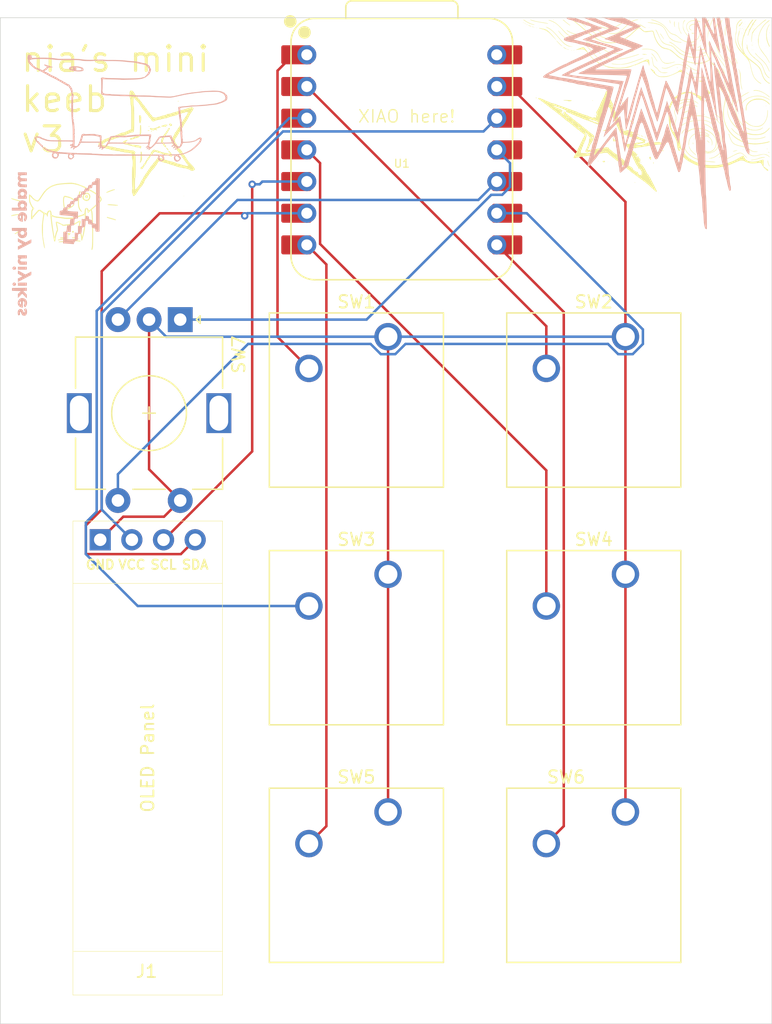
<source format=kicad_pcb>
(kicad_pcb (version 20241229) (generator "pcbnew") (generator_version "9.0")
  (layers (0 "F.Cu" signal) (2 "B.Cu" signal) (13 "F.Paste" user) (15 "B.Paste" user) (5 "F.SilkS" user "F.Silkscreen") (7 "B.SilkS" user "B.Silkscreen") (1 "F.Mask" user) (3 "B.Mask" user) (25 "Edge.Cuts" user))
  (net 0 "")
  (net 1 "Net-(J1-Pin_3)")
  (net 2 "Net-(J1-Pin_4)")
  (net 3 "+5V")
  (net 4 "GND")
  (net 5 "Net-(J1-Pin_2)")
  (net 6 "Net-(U1-GPIO26{slash}ADC0{slash}A0)")
  (net 7 "Net-(U1-GPIO2{slash}SCK)")
  (net 8 "Net-(U1-GPIO4{slash}MISO)")
  (net 9 "Net-(U1-GPIO3{slash}MOSI)")
  (net 10 "Net-(U1-GPIO0{slash}TX)")
  (net 11 "Net-(U1-GPIO27{slash}ADC1{slash}A1)")
  (net 12 "Net-(U1-GPIO28{slash}ADC2{slash}A2)")
  (net 13 "Net-(U1-GPIO29{slash}ADC3{slash}A3)")
  (net 14 "Net-(U1-GPIO1{slash}RX)")
  (footprint "Button_Switch_Keyboard:SW_Cherry_MX_1.00u_PCB" (layer "F.Cu") (at 93.0275 109.22)
    (property "Reference" "SW2" (at -2.54 -2.794 0) (layer "F.SilkS"))
    (property "Value" "SW_Push")
    (pad "" np_thru_hole circle (at -7.62 5.08) (size 1.7 1.7) (drill 1.7) (layers "*.Cu" "*.Mask"))
    (pad "" np_thru_hole circle (at -2.54 5.08) (size 4 4) (drill 4) (layers "*.Cu" "*.Mask"))
    (pad "" np_thru_hole circle (at 2.54 5.08) (size 1.7 1.7) (drill 1.7) (layers "*.Cu" "*.Mask"))
    (pad "1" thru_hole circle (at 0 0) (size 2.2 2.2) (drill 1.5) (layers "*.Cu" "*.Mask") (net 4 "GND"))
    (pad "2" thru_hole circle (at -6.35 2.54) (size 2.2 2.2) (drill 1.5) (layers "*.Cu" "*.Mask") (net 11 "Net-(U1-GPIO27{slash}ADC1{slash}A1)"))
  )
  (footprint "silkscreen images:st1" (layer "F.Cu") (at 91.501702 93.290547 -90)
    (property "Reference" "G***" (hide yes))
    (property "Value" "LOGO" (hide yes))
  )
  (footprint "Button_Switch_Keyboard:SW_Cherry_MX_1.00u_PCB" (layer "F.Cu") (at 93.0275 147.32)
    (property "Reference" "SW6" (at -4.7625 -2.794 0) (layer "F.SilkS"))
    (property "Value" "SW_Push")
    (pad "" np_thru_hole circle (at -7.62 5.08) (size 1.7 1.7) (drill 1.7) (layers "*.Cu" "*.Mask"))
    (pad "" np_thru_hole circle (at -2.54 5.08) (size 4 4) (drill 4) (layers "*.Cu" "*.Mask"))
    (pad "" np_thru_hole circle (at 2.54 5.08) (size 1.7 1.7) (drill 1.7) (layers "*.Cu" "*.Mask"))
    (pad "1" thru_hole circle (at 0 0) (size 2.2 2.2) (drill 1.5) (layers "*.Cu" "*.Mask") (net 4 "GND"))
    (pad "2" thru_hole circle (at -6.35 2.54) (size 2.2 2.2) (drill 1.5) (layers "*.Cu" "*.Mask") (net 14 "Net-(U1-GPIO1{slash}RX)"))
  )
  (footprint "Button_Switch_Keyboard:SW_Cherry_MX_1.00u_PCB" (layer "F.Cu") (at 93.0275 128.27)
    (property "Reference" "SW4" (at -2.54 -2.794 0) (layer "F.SilkS"))
    (property "Value" "SW_Push")
    (pad "" np_thru_hole circle (at -7.62 5.08) (size 1.7 1.7) (drill 1.7) (layers "*.Cu" "*.Mask"))
    (pad "" np_thru_hole circle (at -2.54 5.08) (size 4 4) (drill 4) (layers "*.Cu" "*.Mask"))
    (pad "" np_thru_hole circle (at 2.54 5.08) (size 1.7 1.7) (drill 1.7) (layers "*.Cu" "*.Mask"))
    (pad "1" thru_hole circle (at 0 0) (size 2.2 2.2) (drill 1.5) (layers "*.Cu" "*.Mask") (net 4 "GND"))
    (pad "2" thru_hole circle (at -6.35 2.54) (size 2.2 2.2) (drill 1.5) (layers "*.Cu" "*.Mask") (net 13 "Net-(U1-GPIO29{slash}ADC3{slash}A3)"))
  )
  (footprint "Rotary_Encoder:RotaryEncoder_Alps_EC11E-Switch_Vertical_H20mm" (layer "F.Cu") (at 57.3 107.85 -90)
    (property "Reference" "SW7" (at 2.8 -4.7 90) (layer "F.SilkS"))
    (property "Value" "RotaryEncoder_Switch")
    (pad "A" thru_hole rect (at 0 0 270) (size 2 2) (drill 1) (layers "*.Cu" "*.Mask") (net 9 "Net-(U1-GPIO3{slash}MOSI)"))
    (pad "B" thru_hole circle (at 0 5 270) (size 2 2) (drill 1) (layers "*.Cu" "*.Mask") (net 8 "Net-(U1-GPIO4{slash}MISO)"))
    (pad "C" thru_hole circle (at 0 2.5 270) (size 2 2) (drill 1) (layers "*.Cu" "*.Mask") (net 4 "GND"))
    (pad "MP" thru_hole rect (at 7.5 -3.1 270) (size 3.2 2) (drill oval 2.8 1.5) (layers "*.Cu" "*.Mask"))
    (pad "MP" thru_hole rect (at 7.5 8.1 270) (size 3.2 2) (drill oval 2.8 1.5) (layers "*.Cu" "*.Mask"))
    (pad "S1" thru_hole circle (at 14.5 5 270) (size 2 2) (drill 1) (layers "*.Cu" "*.Mask") (net 7 "Net-(U1-GPIO2{slash}SCK)"))
    (pad "S2" thru_hole circle (at 14.5 0 270) (size 2 2) (drill 1) (layers "*.Cu" "*.Mask") (net 4 "GND"))
  )
  (footprint "silkscreen images:corner1" (layer "F.Cu") (at 94.6 89.9 90)
    (property "Reference" "G***" (hide yes))
    (property "Value" "LOGO" (hide yes))
  )
  (footprint "Button_Switch_Keyboard:SW_Cherry_MX_1.00u_PCB" (layer "F.Cu") (at 73.9775 128.27)
    (property "Reference" "SW3" (at -2.54 -2.794 0) (layer "F.SilkS"))
    (property "Value" "SW_Push")
    (pad "" np_thru_hole circle (at -7.62 5.08) (size 1.7 1.7) (drill 1.7) (layers "*.Cu" "*.Mask"))
    (pad "" np_thru_hole circle (at -2.54 5.08) (size 4 4) (drill 4) (layers "*.Cu" "*.Mask"))
    (pad "" np_thru_hole circle (at 2.54 5.08) (size 1.7 1.7) (drill 1.7) (layers "*.Cu" "*.Mask"))
    (pad "1" thru_hole circle (at 0 0) (size 2.2 2.2) (drill 1.5) (layers "*.Cu" "*.Mask") (net 4 "GND"))
    (pad "2" thru_hole circle (at -6.35 2.54) (size 2.2 2.2) (drill 1.5) (layers "*.Cu" "*.Mask") (net 12 "Net-(U1-GPIO28{slash}ADC2{slash}A2)"))
  )
  (footprint "silkscreen images:cat final" (layer "F.Cu") (at 48.1 98.7)
    (property "Reference" "G***" (hide yes))
    (property "Value" "LOGO" (hide yes))
  )
  (footprint "Button_Switch_Keyboard:SW_Cherry_MX_1.00u_PCB" (layer "F.Cu") (at 73.9775 147.32)
    (property "Reference" "SW5" (at -2.54 -2.794 0) (layer "F.SilkS"))
    (property "Value" "SW_Push")
    (pad "" np_thru_hole circle (at -7.62 5.08) (size 1.7 1.7) (drill 1.7) (layers "*.Cu" "*.Mask"))
    (pad "" np_thru_hole circle (at -2.54 5.08) (size 4 4) (drill 4) (layers "*.Cu" "*.Mask"))
    (pad "" np_thru_hole circle (at 2.54 5.08) (size 1.7 1.7) (drill 1.7) (layers "*.Cu" "*.Mask"))
    (pad "1" thru_hole circle (at 0 0) (size 2.2 2.2) (drill 1.5) (layers "*.Cu" "*.Mask") (net 4 "GND"))
    (pad "2" thru_hole circle (at -6.35 2.54) (size 2.2 2.2) (drill 1.5) (layers "*.Cu" "*.Mask") (net 10 "Net-(U1-GPIO0{slash}TX)"))
  )
  (footprint "silkscreen images:st2" (layer "F.Cu") (at 54.4 93.1)
    (property "Reference" "G***" (hide yes))
    (property "Value" "LOGO" (hide yes))
  )
  (footprint "Button_Switch_Keyboard:SW_Cherry_MX_1.00u_PCB" (layer "F.Cu") (at 73.9775 109.22)
    (property "Reference" "SW1" (at -2.54 -2.794 0) (layer "F.SilkS"))
    (property "Value" "SW_Push")
    (pad "" np_thru_hole circle (at -7.62 5.08) (size 1.7 1.7) (drill 1.7) (layers "*.Cu" "*.Mask"))
    (pad "" np_thru_hole circle (at -2.54 5.08) (size 4 4) (drill 4) (layers "*.Cu" "*.Mask"))
    (pad "" np_thru_hole circle (at 2.54 5.08) (size 1.7 1.7) (drill 1.7) (layers "*.Cu" "*.Mask"))
    (pad "1" thru_hole circle (at 0 0) (size 2.2 2.2) (drill 1.5) (layers "*.Cu" "*.Mask") (net 4 "GND"))
    (pad "2" thru_hole circle (at -6.35 2.54) (size 2.2 2.2) (drill 1.5) (layers "*.Cu" "*.Mask") (net 6 "Net-(U1-GPIO26{slash}ADC0{slash}A0)"))
  )
  (footprint "Seeed Studio XIAO Series Library:XIAO-RP2040-DIP" (layer "F.Cu") (at 75.08 94.24)
    (property "Reference" "U1" (at 0 1.10025 0) (layer "F.SilkS") (effects (font (size 0.635 0.635) (thickness 0.1016))))
    (property "Value" "XIAO-RP2040-DIP")
    (pad "1" smd roundrect (at -8.455 -7.62 180) (size 2.432 1.524) (layers "F.Cu" "F.Mask") (roundrect_rratio 0.1) (net 6 "Net-(U1-GPIO26{slash}ADC0{slash}A0)"))
    (pad "1" thru_hole circle (at -7.62 -7.62 180) (size 1.524 1.524) (drill 0.889) (layers "*.Cu" "*.Mask") (net 6 "Net-(U1-GPIO26{slash}ADC0{slash}A0)"))
    (pad "2" smd roundrect (at -8.455 -5.08 180) (size 2.432 1.524) (layers "F.Cu" "F.Mask") (roundrect_rratio 0.1) (net 11 "Net-(U1-GPIO27{slash}ADC1{slash}A1)"))
    (pad "2" thru_hole circle (at -7.62 -5.08 180) (size 1.524 1.524) (drill 0.889) (layers "*.Cu" "*.Mask") (net 11 "Net-(U1-GPIO27{slash}ADC1{slash}A1)"))
    (pad "3" smd roundrect (at -8.455 -2.54 180) (size 2.432 1.524) (layers "F.Cu" "F.Mask") (roundrect_rratio 0.1) (net 12 "Net-(U1-GPIO28{slash}ADC2{slash}A2)"))
    (pad "3" thru_hole circle (at -7.62 -2.54 180) (size 1.524 1.524) (drill 0.889) (layers "*.Cu" "*.Mask") (net 12 "Net-(U1-GPIO28{slash}ADC2{slash}A2)"))
    (pad "4" smd roundrect (at -8.455 0 180) (size 2.432 1.524) (layers "F.Cu" "F.Mask") (roundrect_rratio 0.1) (net 13 "Net-(U1-GPIO29{slash}ADC3{slash}A3)"))
    (pad "4" thru_hole circle (at -7.62 0 180) (size 1.524 1.524) (drill 0.889) (layers "*.Cu" "*.Mask") (net 13 "Net-(U1-GPIO29{slash}ADC3{slash}A3)"))
    (pad "5" smd roundrect (at -8.455 2.54 180) (size 2.432 1.524) (layers "F.Cu" "F.Mask") (roundrect_rratio 0.1) (net 1 "Net-(J1-Pin_3)"))
    (pad "5" thru_hole circle (at -7.62 2.54 180) (size 1.524 1.524) (drill 0.889) (layers "*.Cu" "*.Mask") (net 1 "Net-(J1-Pin_3)"))
    (pad "6" smd roundrect (at -8.455 5.08 180) (size 2.432 1.524) (layers "F.Cu" "F.Mask") (roundrect_rratio 0.1) (net 2 "Net-(J1-Pin_4)"))
    (pad "6" thru_hole circle (at -7.62 5.08 180) (size 1.524 1.524) (drill 0.889) (layers "*.Cu" "*.Mask") (net 2 "Net-(J1-Pin_4)"))
    (pad "7" smd roundrect (at -8.455 7.62 180) (size 2.432 1.524) (layers "F.Cu" "F.Mask") (roundrect_rratio 0.1) (net 10 "Net-(U1-GPIO0{slash}TX)"))
    (pad "7" thru_hole circle (at -7.62 7.62 180) (size 1.524 1.524) (drill 0.889) (layers "*.Cu" "*.Mask") (net 10 "Net-(U1-GPIO0{slash}TX)"))
    (pad "8" thru_hole circle (at 7.62 7.62) (size 1.524 1.524) (drill 0.889) (layers "*.Cu" "*.Mask") (net 14 "Net-(U1-GPIO1{slash}RX)"))
    (pad "8" smd roundrect (at 8.455 7.62) (size 2.432 1.524) (layers "F.Cu" "F.Mask") (roundrect_rratio 0.1) (net 14 "Net-(U1-GPIO1{slash}RX)"))
    (pad "9" thru_hole circle (at 7.62 5.08) (size 1.524 1.524) (drill 0.889) (layers "*.Cu" "*.Mask") (net 7 "Net-(U1-GPIO2{slash}SCK)"))
    (pad "9" smd roundrect (at 8.455 5.08) (size 2.432 1.524) (layers "F.Cu" "F.Mask") (roundrect_rratio 0.1) (net 7 "Net-(U1-GPIO2{slash}SCK)"))
    (pad "10" thru_hole circle (at 7.62 2.54) (size 1.524 1.524) (drill 0.889) (layers "*.Cu" "*.Mask") (net 8 "Net-(U1-GPIO4{slash}MISO)"))
    (pad "10" smd roundrect (at 8.455 2.54) (size 2.432 1.524) (layers "F.Cu" "F.Mask") (roundrect_rratio 0.1) (net 8 "Net-(U1-GPIO4{slash}MISO)"))
    (pad "11" thru_hole circle (at 7.62 0) (size 1.524 1.524) (drill 0.889) (layers "*.Cu" "*.Mask") (net 9 "Net-(U1-GPIO3{slash}MOSI)"))
    (pad "11" smd roundrect (at 8.455 0) (size 2.432 1.524) (layers "F.Cu" "F.Mask") (roundrect_rratio 0.1) (net 9 "Net-(U1-GPIO3{slash}MOSI)"))
    (pad "12" thru_hole circle (at 7.62 -2.54) (size 1.524 1.524) (drill 0.889) (layers "*.Cu" "*.Mask") (net 5 "Net-(J1-Pin_2)"))
    (pad "12" smd roundrect (at 8.455 -2.54) (size 2.432 1.524) (layers "F.Cu" "F.Mask") (roundrect_rratio 0.1) (net 5 "Net-(J1-Pin_2)"))
    (pad "13" thru_hole circle (at 7.62 -5.08) (size 1.524 1.524) (drill 0.889) (layers "*.Cu" "*.Mask") (net 4 "GND"))
    (pad "13" smd roundrect (at 8.455 -5.08) (size 2.432 1.524) (layers "F.Cu" "F.Mask") (roundrect_rratio 0.1) (net 4 "GND"))
    (pad "14" thru_hole circle (at 7.62 -7.62) (size 1.524 1.524) (drill 0.889) (layers "*.Cu" "*.Mask") (net 3 "+5V"))
    (pad "14" smd roundrect (at 8.455 -7.62) (size 2.432 1.524) (layers "F.Cu" "F.Mask") (roundrect_rratio 0.1) (net 3 "+5V"))
  )
  (footprint "OLEDS:SSD1306-0.91-OLED-4pin-128x32" (layer "F.Cu") (at 48.69 162 90)
    (property "Reference" "J1" (at 1.9 5.91 0) (layer "F.SilkS"))
    (property "Value" "Conn_01x04_Pin")
    (fp_text user "VCC" (at 34.5 4.73 0) (layer "F.SilkS") (effects (font (size 0.75 0.75))))
    (fp_text user "SDA" (at 34.5 9.81 0) (layer "F.SilkS") (effects (font (size 0.75 0.75))))
    (fp_text user "GND" (at 34.5 2.19 0) (layer "F.SilkS") (effects (font (size 0.75 0.75))))
    (fp_text user "SCL" (at 34.5 7.27 0) (layer "F.SilkS") (effects (font (size 0.75 0.75))))
    (fp_text user "OLED Panel" (at 19 6 90) (layer "F.SilkS"))
    (pad "1" thru_hole rect (at 36.5 2.19 90) (size 1.7 1.7) (drill 1) (layers "*.Cu" "*.Mask") (net 4 "GND"))
    (pad "2" thru_hole oval (at 36.5 4.73 90) (size 1.7 1.7) (drill 1) (layers "*.Cu" "*.Mask") (net 5 "Net-(J1-Pin_2)"))
    (pad "3" thru_hole oval (at 36.5 7.27 90) (size 1.7 1.7) (drill 1) (layers "*.Cu" "*.Mask") (net 1 "Net-(J1-Pin_3)"))
    (pad "4" thru_hole oval (at 36.5 9.81 90) (size 1.7 1.7) (drill 1) (layers "*.Cu" "*.Mask") (net 2 "Net-(J1-Pin_4)"))
  )
  (footprint "silkscreen images:mousey" (layer "B.Cu") (at 49.5 99.7 180)
    (property "Reference" "G***" (hide yes))
    (property "Value" "LOGO" (hide yes))
  )
  (footprint "silkscreen images:made by final" (layer "B.Cu") (at 44.7 101.8 -90)
    (property "Reference" "G***" (hide yes))
    (property "Value" "LOGO" (hide yes))
  )
  (footprint "silkscreen images:dawg" (layer "B.Cu") (at 52.5 90.388084 180)
    (property "Reference" "G***" (hide yes))
    (property "Value" "LOGO" (hide yes))
  )
  (footprint "silkscreen images:explooooode" (layer "B.Cu") (at 94.7 92.1 180)
    (property "Reference" "G***" (hide yes))
    (property "Value" "LOGO" (hide yes))
  )
  (gr_rect (start 42.8625 83.64375) (end 104.775 164.30625) (stroke (width 0.05)) (fill no) (layer "Edge.Cuts"))
  (gr_text "nia's mini\nkeeb\nv3" (at 44.41 94.57 0) (layer "F.SilkS") (effects (font (size 2 2) (thickness 0.25)) (justify left bottom)))
  (gr_text "XIAO here!" (at 71.5 92.14 0) (layer "F.SilkS") (effects (font (size 1 1) (thickness 0.1)) (justify left bottom)))
  (segment (start 55.989892 125.5) (end 63.075 118.414892) (width 0.2) (layer "F.Cu") (net 1))
  (segment (start 55.96 125.5) (end 55.989892 125.5) (width 0.2) (layer "F.Cu") (net 1))
  (segment (start 63.075 118.414892) (end 63.075 97) (width 0.2) (layer "F.Cu") (net 1))
  (via (at 63.075 97) (size 0.6) (drill 0.3) (layers "F.Cu" "B.Cu") (net 1))
  (segment (start 63.895 96.78) (end 67.46 96.78) (width 0.2) (layer "B.Cu") (net 1))
  (segment (start 63.075 97) (end 63.675 97) (width 0.2) (layer "B.Cu") (net 1))
  (segment (start 63.675 97) (end 63.895 96.78) (width 0.2) (layer "B.Cu") (net 1))
  (segment (start 50.999 123.079) (end 50.999 103.976) (width 0.2) (layer "F.Cu") (net 2))
  (segment (start 49.729 126.651) (end 49.729 124.349) (width 0.2) (layer "F.Cu") (net 2))
  (segment (start 55.65 99.325) (end 62.275 99.325) (width 0.2) (layer "F.Cu") (net 2))
  (segment (start 57.349 126.651) (end 49.729 126.651) (width 0.2) (layer "F.Cu") (net 2))
  (segment (start 50.999 103.976) (end 55.65 99.325) (width 0.2) (layer "F.Cu") (net 2))
  (segment (start 62.275 99.325) (end 62.475 99.525) (width 0.2) (layer "F.Cu") (net 2))
  (segment (start 49.729 124.349) (end 50.999 123.079) (width 0.2) (layer "F.Cu") (net 2))
  (segment (start 58.5 125.5) (end 57.349 126.651) (width 0.2) (layer "F.Cu") (net 2))
  (via (at 62.475 99.525) (size 0.6) (drill 0.3) (layers "F.Cu" "B.Cu") (net 2))
  (segment (start 62.68 99.32) (end 67.46 99.32) (width 0.2) (layer "B.Cu") (net 2))
  (segment (start 62.475 99.525) (end 62.68 99.32) (width 0.2) (layer "B.Cu") (net 2))
  (segment (start 93.0275 128.27) (end 93.0275 147.32) (width 0.2) (layer "F.Cu") (net 4))
  (segment (start 73.9775 128.27) (end 73.9775 147.32) (width 0.2) (layer "F.Cu") (net 4))
  (segment (start 93.0275 98.40987) (end 83.77763 89.16) (width 0.2) (layer "F.Cu") (net 4))
  (segment (start 55.999 123.651) (end 52.729 123.651) (width 0.2) (layer "F.Cu") (net 4))
  (segment (start 93.0275 128.27) (end 93.0275 109.22) (width 0.2) (layer "F.Cu") (net 4))
  (segment (start 93.0275 109.22) (end 93.0275 98.40987) (width 0.2) (layer "F.Cu") (net 4))
  (segment (start 83.77763 89.16) (end 82.7 89.16) (width 0.2) (layer "F.Cu") (net 4))
  (segment (start 52.729 123.651) (end 50.88 125.5) (width 0.2) (layer "F.Cu") (net 4))
  (segment (start 54.8 119.85) (end 54.8 107.85) (width 0.2) (layer "F.Cu") (net 4))
  (segment (start 73.9775 109.22) (end 73.9775 128.27) (width 0.2) (layer "F.Cu") (net 4))
  (segment (start 57.3 122.35) (end 55.999 123.651) (width 0.2) (layer "F.Cu") (net 4))
  (segment (start 57.3 122.35) (end 54.8 119.85) (width 0.2) (layer "F.Cu") (net 4))
  (segment (start 56.17 109.22) (end 73.9775 109.22) (width 0.2) (layer "B.Cu") (net 4))
  (segment (start 54.8 107.85) (end 56.17 109.22) (width 0.2) (layer "B.Cu") (net 4))
  (segment (start 73.9775 109.22) (end 93.0275 109.22) (width 0.2) (layer "B.Cu") (net 4))
  (segment (start 50.999 123.079) (end 50.999 107.311108) (width 0.2) (layer "B.Cu") (net 5))
  (segment (start 53.42 125.5) (end 50.999 123.079) (width 0.2) (layer "B.Cu") (net 5))
  (segment (start 50.999 107.311108) (end 65.547108 92.763) (width 0.2) (layer "B.Cu") (net 5))
  (segment (start 65.547108 92.763) (end 81.637 92.763) (width 0.2) (layer "B.Cu") (net 5))
  (segment (start 81.637 92.763) (end 82.7 91.7) (width 0.2) (layer "B.Cu") (net 5))
  (segment (start 67.6275 111.76) (end 65.108 109.2405) (width 0.2) (layer "F.Cu") (net 6))
  (segment (start 65.108 109.2405) (end 65.108 87.89437) (width 0.2) (layer "F.Cu") (net 6))
  (segment (start 65.108 87.89437) (end 66.38237 86.62) (width 0.2) (layer "F.Cu") (net 6))
  (segment (start 66.38237 86.62) (end 67.46 86.62) (width 0.2) (layer "F.Cu") (net 6))
  (segment (start 52.3 120.248) (end 62.747686 109.800314) (width 0.2) (layer "B.Cu") (net 7))
  (segment (start 75.3785 109.800314) (end 91.6265 109.800314) (width 0.2) (layer "B.Cu") (net 7))
  (segment (start 92.447186 110.621) (end 93.607814 110.621) (width 0.2) (layer "B.Cu") (net 7))
  (segment (start 73.397186 110.621) (end 74.557814 110.621) (width 0.2) (layer "B.Cu") (net 7))
  (segment (start 85.108814 99.32) (end 82.7 99.32) (width 0.2) (layer "B.Cu") (net 7))
  (segment (start 52.3 122.35) (end 52.3 120.248) (width 0.2) (layer "B.Cu") (net 7))
  (segment (start 62.747686 109.800314) (end 72.5765 109.800314) (width 0.2) (layer "B.Cu") (net 7))
  (segment (start 94.4285 108.639686) (end 85.108814 99.32) (width 0.2) (layer "B.Cu") (net 7))
  (segment (start 74.557814 110.621) (end 75.3785 109.800314) (width 0.2) (layer "B.Cu") (net 7))
  (segment (start 72.5765 109.800314) (end 73.397186 110.621) (width 0.2) (layer "B.Cu") (net 7))
  (segment (start 93.607814 110.621) (end 94.4285 109.800314) (width 0.2) (layer "B.Cu") (net 7))
  (segment (start 91.6265 109.800314) (end 92.447186 110.621) (width 0.2) (layer "B.Cu") (net 7))
  (segment (start 94.4285 109.800314) (end 94.4285 108.639686) (width 0.2) (layer "B.Cu") (net 7))
  (segment (start 52.3 107.85) (end 61.893 98.257) (width 0.2) (layer "B.Cu") (net 8))
  (segment (start 61.893 98.257) (end 81.223 98.257) (width 0.2) (layer "B.Cu") (net 8))
  (segment (start 81.223 98.257) (end 82.7 96.78) (width 0.2) (layer "B.Cu") (net 8))
  (segment (start 57.3 107.85) (end 72.25269 107.85) (width 0.2) (layer "B.Cu") (net 9))
  (segment (start 83.763 97.22031) (end 83.763 95.303) (width 0.2) (layer "B.Cu") (net 9))
  (segment (start 83.763 95.303) (end 82.7 94.24) (width 0.2) (layer "B.Cu") (net 9))
  (segment (start 83.14031 97.843) (end 83.763 97.22031) (width 0.2) (layer "B.Cu") (net 9))
  (segment (start 82.25969 97.843) (end 83.14031 97.843) (width 0.2) (layer "B.Cu") (net 9))
  (segment (start 72.25269 107.85) (end 82.25969 97.843) (width 0.2) (layer "B.Cu") (net 9))
  (segment (start 67.6275 149.86) (end 69.0285 148.459) (width 0.2) (layer "F.Cu") (net 10))
  (segment (start 69.0285 148.459) (end 69.0285 103.4285) (width 0.2) (layer "F.Cu") (net 10))
  (segment (start 69.0285 103.4285) (end 67.46 101.86) (width 0.2) (layer "F.Cu") (net 10))
  (segment (start 86.6775 111.76) (end 86.6775 108.3775) (width 0.2) (layer "F.Cu") (net 11))
  (segment (start 86.6775 108.3775) (end 67.46 89.16) (width 0.2) (layer "F.Cu") (net 11))
  (segment (start 67.6275 130.81) (end 53.888 130.81) (width 0.2) (layer "B.Cu") (net 12))
  (segment (start 50.598 123.2451) (end 50.598 107.145008) (width 0.2) (layer "B.Cu") (net 12))
  (segment (start 66.043008 91.7) (end 67.46 91.7) (width 0.2) (layer "B.Cu") (net 12))
  (segment (start 50.598 107.145008) (end 66.043008 91.7) (width 0.2) (layer "B.Cu") (net 12))
  (segment (start 49.729 124.1141) (end 50.598 123.2451) (width 0.2) (layer "B.Cu") (net 12))
  (segment (start 49.729 126.651) (end 49.729 124.1141) (width 0.2) (layer "B.Cu") (net 12))
  (segment (start 53.888 130.81) (end 49.729 126.651) (width 0.2) (layer "B.Cu") (net 12))
  (segment (start 68.523 95.303) (end 67.46 94.24) (width 0.2) (layer "F.Cu") (net 13))
  (segment (start 68.523 101.784186) (end 68.523 95.303) (width 0.2) (layer "F.Cu") (net 13))
  (segment (start 86.6775 130.81) (end 86.6775 119.938686) (width 0.2) (layer "F.Cu") (net 13))
  (segment (start 86.6775 119.938686) (end 68.523 101.784186) (width 0.2) (layer "F.Cu") (net 13))
  (segment (start 86.6775 149.86) (end 88.0785 148.459) (width 0.2) (layer "F.Cu") (net 14))
  (segment (start 88.0785 107.2385) (end 82.7 101.86) (width 0.2) (layer "F.Cu") (net 14))
  (segment (start 88.0785 148.459) (end 88.0785 107.2385) (width 0.2) (layer "F.Cu") (net 14))
)
</source>
